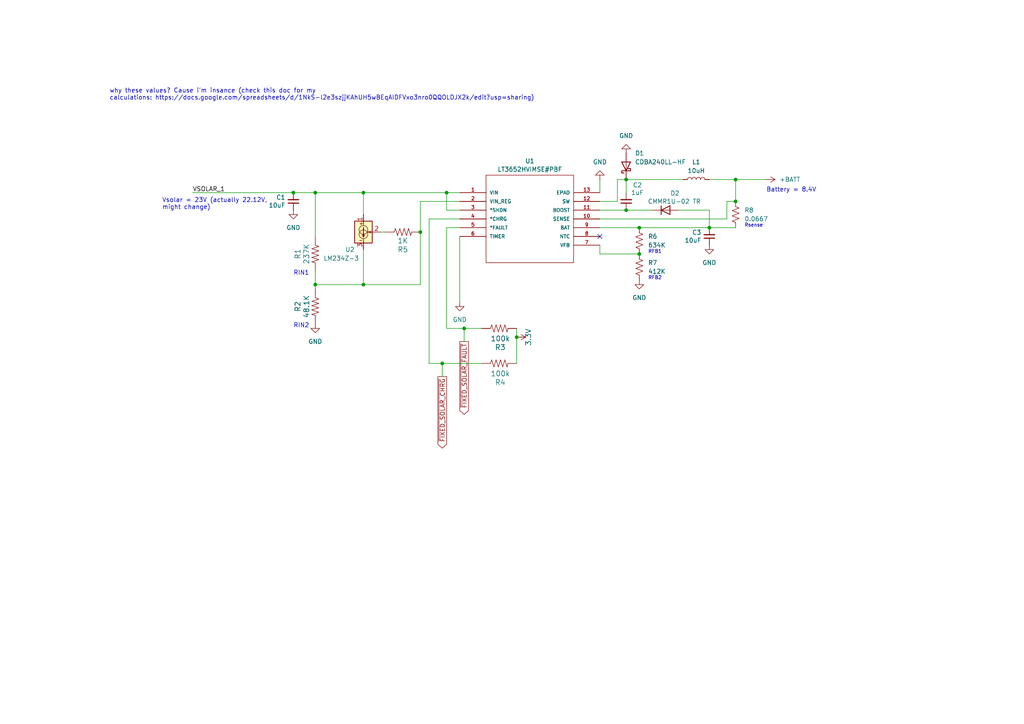
<source format=kicad_sch>
(kicad_sch (version 20231120) (generator "eeschema") (generator_version "8.0")
  (paper "A4")
  (title_block (title "Solar Charger Backup") (date "2024-07-12") (company "Stanford Space Student Initiative"))
  (lib_symbols
    (symbol "Device:C_Small" (pin_numbers hide) (pin_names (offset 0.254) hide)
      (property "Reference" "C" (at 0.254 1.778 0))
      (property "Value" "C_Small" (at 0.254 -2.032 0))
      (symbol "C_Small_0_1"
        (polyline (pts (xy -1.524 -0.508) (xy 1.524 -0.508)) (stroke (width 0.3302)))
        (polyline (pts (xy -1.524 0.508) (xy 1.524 0.508)) (stroke (width 0.3048)))
      )
      (symbol "C_Small_1_1"
        (pin passive line (at 0 2.54 270) (length 2.032) (name "~") (number "1"))
        (pin passive line (at 0 -2.54 90) (length 2.032) (name "~") (number "2"))
      )
    )
    (symbol "Device:D_Schottky" (pin_numbers hide) (pin_names (offset 1.016) hide)
      (property "Reference" "D" (at 0 2.54 0))
      (property "Value" "D_Schottky" (at 0 -2.54 0))
      (symbol "D_Schottky_0_1"
        (polyline (pts (xy 1.27 0) (xy -1.27 0)))
        (polyline (pts (xy 1.27 1.27) (xy 1.27 -1.27) (xy -1.27 0) (xy 1.27 1.27)) (stroke (width 0.254)))
        (polyline (pts (xy -1.905 0.635) (xy -1.905 1.27) (xy -1.27 1.27) (xy -1.27 -1.27) (xy -0.635 -1.27) (xy -0.635 -0.635)) (stroke (width 0.254)))
      )
      (symbol "D_Schottky_1_1"
        (pin passive line (at -3.81 0 0) (length 2.54) (name "K") (number "1"))
        (pin passive line (at 3.81 0 180) (length 2.54) (name "A") (number "2"))
      )
    )
    (symbol "Device:L" (pin_numbers hide) (pin_names (offset 1.016) hide)
      (property "Reference" "L" (at -1.27 0 90))
      (property "Value" "L" (at 1.905 0 90))
      (symbol "L_0_1"
        (arc (start 0 -2.54) (mid 0.6323 -1.905) (end 0 -1.27))
        (arc (start 0 -1.27) (mid 0.6323 -0.635) (end 0 0))
        (arc (start 0 0) (mid 0.6323 0.635) (end 0 1.27))
        (arc (start 0 1.27) (mid 0.6323 1.905) (end 0 2.54))
      )
      (symbol "L_1_1"
        (pin passive line (at 0 3.81 270) (length 1.27) (name "1") (number "1"))
        (pin passive line (at 0 -3.81 90) (length 1.27) (name "2") (number "2"))
      )
    )
    (symbol "Device:R_US" (pin_numbers hide) (pin_names (offset 0))
      (property "Reference" "R" (at 2.54 0 90))
      (property "Value" "R_US" (at -2.54 0 90))
      (symbol "R_US_0_1"
        (polyline (pts (xy 0 -2.286) (xy 0 -2.54)))
        (polyline (pts (xy 0 2.286) (xy 0 2.54)))
        (polyline (pts (xy 0 -0.762) (xy 1.016 -1.143) (xy 0 -1.524) (xy -1.016 -1.905) (xy 0 -2.286)))
        (polyline (pts (xy 0 0.762) (xy 1.016 0.381) (xy 0 0) (xy -1.016 -0.381) (xy 0 -0.762)))
        (polyline (pts (xy 0 2.286) (xy 1.016 1.905) (xy 0 1.524) (xy -1.016 1.143) (xy 0 0.762)))
      )
      (symbol "R_US_1_1"
        (pin passive line (at 0 3.81 270) (length 1.27) (name "~") (number "1"))
        (pin passive line (at 0 -3.81 90) (length 1.27) (name "~") (number "2"))
      )
    )
    (symbol "Diode:BAV20" (pin_numbers hide) (pin_names hide)
      (property "Reference" "D" (at 0 2.54 0))
      (property "Value" "BAV20" (at 0 -2.54 0))
      (symbol "BAV20_0_1"
        (polyline (pts (xy -1.27 1.27) (xy -1.27 -1.27)) (stroke (width 0.254)))
        (polyline (pts (xy 1.27 0) (xy -1.27 0)))
        (polyline (pts (xy 1.27 1.27) (xy 1.27 -1.27) (xy -1.27 0) (xy 1.27 1.27)) (stroke (width 0.254)))
      )
      (symbol "BAV20_1_1"
        (pin passive line (at -3.81 0 0) (length 2.54) (name "K") (number "1"))
        (pin passive line (at 3.81 0 180) (length 2.54) (name "A") (number "2"))
      )
    )
    (symbol "Reference_Current:LM234Z-3"
      (property "Reference" "U" (at 0.635 6.35 0))
      (property "Value" "LM234Z-3" (at 0.635 4.445 0))
      (symbol "LM234Z-3_0_1"
        (rectangle (start -2.54 3.175) (end 2.54 -3.175) (stroke (width 0.254)) (fill (type background)))
        (circle (center 0 -0.635) (radius 1.27))
        (polyline (pts (xy -1.143 -2.413) (xy -0.381 -2.413)))
        (polyline (pts (xy -1.016 2.413) (xy -0.254 2.413)))
        (polyline (pts (xy -0.635 2.794) (xy -0.635 2.032)))
        (polyline (pts (xy 0 -1.905) (xy 0 -5.08)))
        (polyline (pts (xy 0 1.397) (xy 0 -1.397)) (stroke (width 0.254)))
        (polyline (pts (xy 0 5.08) (xy 0 1.905)))
        (polyline (pts (xy 2.54 0) (xy 1.27 0)))
        (polyline (pts (xy 0 -1.397) (xy -0.254 -0.889) (xy 0.254 -0.889) (xy 0 -1.397)) (stroke (width 0.254)))
        (polyline (pts (xy 1.27 0) (xy 2.159 0.254) (xy 2.159 -0.254) (xy 1.27 0)))
        (circle (center 0 0.635) (radius 1.27))
      )
      (symbol "LM234Z-3_1_1"
        (pin passive line (at 0 5.08 270) (length 2.54) (name "~") (number "1"))
        (pin passive line (at 5.08 0 180) (length 2.54) (name "~") (number "2"))
        (pin passive line (at 0 -5.08 90) (length 2.54) (name "~") (number "3"))
      )
    )
    (symbol "mainboard:3.3V" (power) (pin_names (offset 1.016))
      (property "Value" "3.3V" (at -1.016 3.556 0))
      (symbol "3.3V_1_0"
        (polyline (pts (xy 0 2.54) (xy -0.762 1.27)))
        (polyline (pts (xy 0.762 1.27) (xy 0 2.54)))
        (pin power_in line (at 0 0 90) (length 2.54) (name "3.3V") (number "1"))
      )
    )
    (symbol "mainboard:R-US_R0603" (pin_names (offset 1.016))
      (property "Reference" "R" (at -3.81 1.4986 0))
      (property "Value" "R-US_R0603" (at -3.81 -3.302 0))
      (symbol "R-US_R0603_1_0"
        (polyline (pts (xy -2.54 0) (xy -2.159 1.016)))
        (polyline (pts (xy -2.159 1.016) (xy -1.524 -1.016)))
        (polyline (pts (xy -1.524 -1.016) (xy -0.889 1.016)))
        (polyline (pts (xy -0.889 1.016) (xy -0.254 -1.016)))
        (polyline (pts (xy -0.254 -1.016) (xy 0.381 1.016)))
        (polyline (pts (xy 0.381 1.016) (xy 1.016 -1.016)))
        (polyline (pts (xy 1.016 -1.016) (xy 1.651 1.016)))
        (polyline (pts (xy 1.651 1.016) (xy 2.286 -1.016)))
        (polyline (pts (xy 2.286 -1.016) (xy 2.54 0)))
        (pin passive line (at -5.08 0 0) (length 2.54) (name "1") (number "1"))
        (pin passive line (at 5.08 0 180) (length 2.54) (name "2") (number "2"))
      )
    )
    (symbol "power:+BATT" (power) (pin_numbers hide) (pin_names (offset 0) hide)
      (property "Value" "+BATT" (at 0 3.556 0))
      (symbol "+BATT_0_1"
        (polyline (pts (xy -0.762 1.27) (xy 0 2.54)))
        (polyline (pts (xy 0 0) (xy 0 2.54)))
        (polyline (pts (xy 0 2.54) (xy 0.762 1.27)))
      )
      (symbol "+BATT_1_1"
        (pin power_in line (at 0 0 90) (length 0) (name "~") (number "1"))
      )
    )
    (symbol "power:GND" (power) (pin_numbers hide) (pin_names (offset 0) hide)
      (property "Value" "GND" (at 0 -3.81 0))
      (symbol "GND_0_1"
        (polyline (pts (xy 0 0) (xy 0 -1.27) (xy 1.27 -1.27) (xy 0 -2.54) (xy -1.27 -1.27) (xy 0 -1.27)))
      )
      (symbol "GND_1_1"
        (pin power_in line (at 0 0 270) (length 0) (name "~") (number "1"))
      )
    )
    (symbol "ssi_IC:LT3652HVIMSE#PBF" (pin_names (offset 1.016))
      (property "Reference" "U3" (at 50.8 10.16 0))
      (property "Value" "LT3652HVIMSE#PBF" (at 50.8 7.62 0))
      (symbol "LT3652HVIMSE#PBF_0_0"
        (rectangle (start 38.1 5.08) (end 63.5 -20.32) (stroke (width 0.1524)))
        (pin input line (at 30.48 0 0) (length 7.62) (name "VIN") (number "1"))
        (pin passive line (at 71.12 -7.62 180) (length 7.62) (name "SENSE") (number "10"))
        (pin passive line (at 71.12 -5.08 180) (length 7.62) (name "BOOST") (number "11"))
        (pin output line (at 71.12 -2.54 180) (length 7.62) (name "SW") (number "12"))
        (pin passive line (at 71.12 0 180) (length 7.62) (name "EPAD") (number "13"))
        (pin input line (at 30.48 -2.54 0) (length 7.62) (name "VIN_REG") (number "2"))
        (pin input line (at 30.48 -5.08 0) (length 7.62) (name "*SHDN") (number "3"))
        (pin output line (at 30.48 -7.62 0) (length 7.62) (name "*CHRG") (number "4"))
        (pin output line (at 30.48 -10.16 0) (length 7.62) (name "*FAULT") (number "5"))
        (pin passive line (at 30.48 -12.7 0) (length 7.62) (name "TIMER") (number "6"))
        (pin output line (at 71.12 -15.24 180) (length 7.62) (name "VFB") (number "7"))
        (pin input line (at 71.12 -12.7 180) (length 7.62) (name "NTC") (number "8"))
        (pin output line (at 71.12 -10.16 180) (length 7.62) (name "BAT") (number "9"))
      )
    )
  )
  (junction (at 85.09 55.88))
  (junction (at 121.92 67.31))
  (junction (at 185.42 73.66))
  (junction (at 181.61 60.96))
  (junction (at 213.36 58.42))
  (junction (at 129.54 55.88))
  (junction (at 205.74 66.04))
  (junction (at 213.36 52.07))
  (junction (at 134.62 95.25))
  (junction (at 91.44 82.55))
  (junction (at 128.27 105.41))
  (junction (at 91.44 55.88))
  (junction (at 181.61 52.07))
  (junction (at 105.41 55.88))
  (junction (at 149.86 97.79))
  (junction (at 105.41 82.55))
  (junction (at 185.42 66.04))
  (no_connect (at 173.99 68.58))
  (wire (pts (xy 205.74 52.07) (xy 213.36 52.07)))
  (wire (pts (xy 173.99 58.42) (xy 179.07 58.42)))
  (wire (pts (xy 179.07 58.42) (xy 179.07 52.07)))
  (wire (pts (xy 185.42 66.04) (xy 205.74 66.04)))
  (wire (pts (xy 129.54 55.88) (xy 133.35 55.88)))
  (wire (pts (xy 149.86 97.79) (xy 149.86 105.41)))
  (wire (pts (xy 129.54 95.25) (xy 134.62 95.25)))
  (wire (pts (xy 210.82 58.42) (xy 213.36 58.42)))
  (wire (pts (xy 129.54 66.04) (xy 129.54 95.25)))
  (wire (pts (xy 105.41 72.39) (xy 105.41 82.55)))
  (wire (pts (xy 121.92 58.42) (xy 133.35 58.42)))
  (wire (pts (xy 205.74 66.04) (xy 213.36 66.04)))
  (wire (pts (xy 85.09 55.88) (xy 91.44 55.88)))
  (wire (pts (xy 91.44 82.55) (xy 91.44 83.82)))
  (wire (pts (xy 105.41 55.88) (xy 105.41 62.23)))
  (wire (pts (xy 105.41 82.55) (xy 121.92 82.55)))
  (wire (pts (xy 124.46 105.41) (xy 128.27 105.41)))
  (wire (pts (xy 121.92 67.31) (xy 121.92 82.55)))
  (wire (pts (xy 134.62 99.06) (xy 134.62 95.25)))
  (wire (pts (xy 105.41 55.88) (xy 129.54 55.88)))
  (wire (pts (xy 173.99 52.07) (xy 173.99 55.88)))
  (wire (pts (xy 181.61 52.07) (xy 198.12 52.07)))
  (wire (pts (xy 55.88 55.88) (xy 85.09 55.88)))
  (wire (pts (xy 129.54 60.96) (xy 133.35 60.96)))
  (wire (pts (xy 91.44 55.88) (xy 105.41 55.88)))
  (wire (pts (xy 196.85 60.96) (xy 205.74 60.96)))
  (wire (pts (xy 181.61 52.07) (xy 181.61 55.88)))
  (wire (pts (xy 173.99 71.12) (xy 173.99 73.66)))
  (wire (pts (xy 205.74 60.96) (xy 205.74 66.04)))
  (wire (pts (xy 124.46 105.41) (xy 124.46 63.5)))
  (wire (pts (xy 110.49 67.31) (xy 111.76 67.31)))
  (wire (pts (xy 129.54 55.88) (xy 129.54 60.96)))
  (wire (pts (xy 124.46 63.5) (xy 133.35 63.5)))
  (wire (pts (xy 173.99 60.96) (xy 181.61 60.96)))
  (wire (pts (xy 91.44 55.88) (xy 91.44 68.58)))
  (wire (pts (xy 91.44 78.74) (xy 91.44 82.55)))
  (wire (pts (xy 149.86 97.79) (xy 149.86 95.25)))
  (wire (pts (xy 129.54 66.04) (xy 133.35 66.04)))
  (wire (pts (xy 210.82 63.5) (xy 210.82 58.42)))
  (wire (pts (xy 179.07 52.07) (xy 181.61 52.07)))
  (wire (pts (xy 213.36 52.07) (xy 213.36 58.42)))
  (wire (pts (xy 121.92 58.42) (xy 121.92 67.31)))
  (wire (pts (xy 128.27 105.41) (xy 128.27 109.22)))
  (wire (pts (xy 173.99 63.5) (xy 210.82 63.5)))
  (wire (pts (xy 173.99 73.66) (xy 185.42 73.66)))
  (wire (pts (xy 173.99 66.04) (xy 185.42 66.04)))
  (wire (pts (xy 134.62 95.25) (xy 139.7 95.25)))
  (wire (pts (xy 213.36 52.07) (xy 222.25 52.07)))
  (wire (pts (xy 133.35 87.63) (xy 133.35 68.58)))
  (wire (pts (xy 128.27 105.41) (xy 139.7 105.41)))
  (wire (pts (xy 189.23 60.96) (xy 181.61 60.96)))
  (wire (pts (xy 91.44 82.55) (xy 105.41 82.55)))
  (text "Battery = 8.4V\n" (at 222.25 55.88 0) (effects (font (size 1.27 1.27)) (justify left bottom)))
  (text "why these values? Cause i'm insance (check this doc for my \ncalculations: https://docs.google.com/spreadsheets/d/1NkS-l2e3szjjKAhUH5wBEqAIDFVxo3nro0QQOLDJX2k/edit?usp=sharing)" (at 31.75 29.21 0) (effects (font (size 1.27 1.27)) (justify left bottom)))
  (text "RFB1" (at 187.96 73.66 0) (effects (font (size 1 1)) (justify left bottom)))
  (text "RIN2" (at 85.09 95.25 0) (effects (font (size 1.27 1.27)) (justify left bottom)))
  (text "RIN1" (at 85.09 80.01 0) (effects (font (size 1.27 1.27)) (justify left bottom)))
  (text "Vsolar = 23V (actually 22.12V, \nmight change)" (at 46.99 60.96 0) (effects (font (size 1.27 1.27)) (justify left bottom)))
  (text "RFB2" (at 187.96 81.28 0) (effects (font (size 1 1)) (justify left bottom)))
  (text "Rsense" (at 215.9 66.04 0) (effects (font (size 1 1)) (justify left bottom)))
  (label "VSOLAR_1" (at 55.88 55.88 0))
  (global_label "~{FIXED_SOLAR_FAULT}" (shape output) (at 134.62 99.06 270) (property "Intersheetrefs" "${INTERSHEET_REFS}" (effects (hide yes))))
  (global_label "~{FIXED_SOLAR_CHRG}" (shape output) (at 128.27 109.22 270) (property "Intersheetrefs" "${INTERSHEET_REFS}" (effects (hide yes))))
  (symbol (lib_id "mainboard:R-US_R0603") (at 91.44 88.9 270) (unit 1)
    (property "Reference" "R2" (at 86.36 88.9 0) (effects (font (size 1.4986 1.4986))))
    (property "Value" "48.1K" (at 88.9 88.9 0) (effects (font (size 1.4986 1.4986))))
    (property "Footprint" "Resistor_SMD:R_0603_1608Metric" (effects (hide yes)))
    (property "Datasheet" "https://www.digikey.com/en/products/detail/koa-speer-electronics-inc/RN73H1JTTD4812F25/10682464" (effects (hide yes)))
    (property "Description" "22.1K 0603" (effects (hide yes)))
  )
  (symbol (lib_id "power:GND") (at 85.09 60.96 0) (unit 1)
    (property "Reference" "#PWR01" (effects (hide yes)))
    (property "Value" "GND" (at 85.09 66.04 0))
  )
  (symbol (lib_id "Device:C_Small") (at 181.61 58.42 180) (unit 1)
    (property "Reference" "C2" (at 186.2328 53.6956 0) (effects (justify left)))
    (property "Value" "1uF" (at 186.69 55.88 0) (effects (justify left)))
    (property "Footprint" "Capacitor_SMD:C_0603_1608Metric" (effects (hide yes)))
    (property "Description" "10uF +-20% 10V X5R" (effects (hide yes)))
  )
  (symbol (lib_id "mainboard:R-US_R0603") (at 144.78 95.25 0) (unit 1)
    (property "Reference" "R3" (at 143.51 101.6 0) (effects (font (size 1.4986 1.4986)) (justify left bottom)))
    (property "Value" "100k" (at 142.24 99.06 0) (effects (font (size 1.4986 1.4986)) (justify left bottom)))
    (property "Footprint" "Resistor_SMD:R_0603_1608Metric" (effects (hide yes)))
    (property "Description" "100K 0603" (effects (hide yes)))
  )
  (symbol (lib_id "mainboard:R-US_R0603") (at 116.84 67.31 0) (unit 1)
    (property "Reference" "R5" (at 116.84 72.39 0) (effects (font (size 1.4986 1.4986))))
    (property "Value" "1K" (at 116.84 69.85 0) (effects (font (size 1.4986 1.4986))))
    (property "Footprint" "Resistor_SMD:R_0603_1608Metric" (effects (hide yes)))
  )
  (symbol (lib_id "power:GND") (at 185.42 81.28 0) (unit 1)
    (property "Reference" "#PWR06" (effects (hide yes)))
    (property "Value" "GND" (at 185.42 86.36 0))
  )
  (symbol (lib_id "Diode:BAV20") (at 193.04 60.96 0) (unit 1)
    (property "Reference" "D2" (at 195.7578 56.0578 0))
    (property "Value" "CMMR1U-02 TR" (at 195.58 58.42 0))
    (property "Footprint" "Diode_THT:D_DO-35_SOD27_P7.62mm_Horizontal" (effects (hide yes)))
    (property "Datasheet" "http://www.vishay.com/docs/85543/bav17.pdf" (effects (hide yes)))
    (property "Sim.Device" "D" (effects (hide yes)))
    (property "Sim.Pins" "1=K 2=A" (effects (hide yes)))
  )
  (symbol (lib_id "power:GND") (at 173.99 52.07 180) (unit 1)
    (property "Reference" "#PWR04" (effects (hide yes)))
    (property "Value" "GND" (at 173.99 46.99 0))
  )
  (symbol (lib_id "Device:L") (at 201.93 52.07 90) (unit 1)
    (property "Reference" "L1" (at 201.93 46.99 90))
    (property "Value" "10uH" (at 201.93 49.53 90))
    (property "Footprint" "ssi_inductor:SDE06004A-680K" (effects (hide yes)))
  )
  (symbol (lib_id "power:GND") (at 133.35 87.63 0) (unit 1)
    (property "Reference" "#PWR03" (effects (hide yes)))
    (property "Value" "GND" (at 133.35 92.71 0))
  )
  (symbol (lib_id "mainboard:R-US_R0603") (at 91.44 73.66 270) (unit 1)
    (property "Reference" "R1" (at 86.36 73.66 0) (effects (font (size 1.4986 1.4986))))
    (property "Value" "237K" (at 88.9 73.66 0) (effects (font (size 1.4986 1.4986))))
    (property "Footprint" "Resistor_SMD:R_0603_1608Metric" (effects (hide yes)))
    (property "Datasheet" "https://www.digikey.com/en/products/detail/stackpole-electronics-inc/RMCF0603FT237K/1760858" (effects (hide yes)))
    (property "Description" "73.2K 0603" (effects (hide yes)))
  )
  (symbol (lib_id "Reference_Current:LM234Z-3") (at 105.41 67.31 0) (unit 1)
    (property "Reference" "U2" (at 102.87 72.39 0) (effects (justify right)))
    (property "Value" "LM234Z-3" (at 104.14 74.93 0) (effects (justify right)))
    (property "Footprint" "Package_TO_SOT_THT:TO-92_Inline" (effects (hide yes)))
    (property "Datasheet" "http://www.ti.com/lit/ds/symlink/lm134.pdf" (effects (hide yes)))
  )
  (symbol (lib_id "mainboard:R-US_R0603") (at 144.78 105.41 0) (unit 1)
    (property "Reference" "R4" (at 143.51 111.76 0) (effects (font (size 1.4986 1.4986)) (justify left bottom)))
    (property "Value" "100k" (at 142.24 109.22 0) (effects (font (size 1.4986 1.4986)) (justify left bottom)))
    (property "Footprint" "Resistor_SMD:R_0603_1608Metric" (effects (hide yes)))
    (property "Description" "100K 0603" (effects (hide yes)))
  )
  (symbol (lib_id "ssi_IC:LT3652HVIMSE#PBF") (at 102.87 55.88 0) (unit 1)
    (property "Reference" "U1" (at 153.67 46.7063 0))
    (property "Value" "LT3652HVIMSE#PBF" (at 153.67 49.1306 0))
    (property "Footprint" "ssi_IC:MSOP-12_MSE" (effects (hide yes)))
    (property "Datasheet" "https://www.analog.com/media/en/technical-documentation/data-sheets/3652hvfb.pdf" (effects (hide yes)))
    (property "VENDOR" "Linear Technology" (effects (hide yes)))
    (property "MANUFACTURER_PART_NUMBER" "lt3652hvimse#pbf" (effects (hide yes)))
  )
  (symbol (lib_id "power:GND") (at 181.61 44.45 180) (unit 1)
    (property "Reference" "#PWR05" (effects (hide yes)))
    (property "Value" "GND" (at 181.61 39.37 0))
  )
  (symbol (lib_id "mainboard:3.3V") (at 149.86 97.79 270) (unit 1)
    (property "Reference" "#P+01" (effects (hide yes)))
    (property "Value" "3.3V" (at 152.4 95.25 0) (effects (font (size 1.4986 1.4986)) (justify left bottom)))
  )
  (symbol (lib_id "power:+BATT") (at 222.25 52.07 270) (unit 1)
    (property "Reference" "#PWR08" (effects (hide yes)))
    (property "Value" "+BATT" (at 226.06 52.07 90) (effects (justify left)))
  )
  (symbol (lib_id "Device:R_US") (at 185.42 77.47 0) (unit 1)
    (property "Reference" "R7" (at 187.96 76.1999 0) (effects (justify left)))
    (property "Value" "412K" (at 187.96 78.7399 0) (effects (justify left)))
    (property "Footprint" "Resistor_SMD:R_0603_1608Metric" (effects (hide yes)))
    (property "Datasheet" "https://www.digikey.com/en/products/detail/stackpole-electronics-inc/RMCF0603FT412K/1761309" (effects (hide yes)))
  )
  (symbol (lib_id "Device:C_Small") (at 205.74 68.58 180) (unit 1)
    (property "Reference" "C3" (at 203.4286 67.4116 0) (effects (justify left)))
    (property "Value" "10uF" (at 203.4286 69.723 0) (effects (justify left)))
    (property "Footprint" "Capacitor_SMD:C_0603_1608Metric" (effects (hide yes)))
    (property "Description" "10uF +-20% 10V X5R" (effects (hide yes)))
  )
  (symbol (lib_id "power:GND") (at 91.44 93.98 0) (unit 1)
    (property "Reference" "#PWR02" (effects (hide yes)))
    (property "Value" "GND" (at 91.44 99.06 0))
  )
  (symbol (lib_id "Device:R_US") (at 185.42 69.85 0) (unit 1)
    (property "Reference" "R6" (at 187.96 68.5799 0) (effects (justify left)))
    (property "Value" "634K" (at 187.96 71.1199 0) (effects (justify left)))
    (property "Footprint" "Resistor_SMD:R_0603_1608Metric" (effects (hide yes)))
    (property "Datasheet" "https://industrial.panasonic.com/cdbs/www-data/pdf/RDA0000/AOA0000C304.pdf" (effects (hide yes)))
  )
  (symbol (lib_id "Device:C_Small") (at 85.09 58.42 180) (unit 1)
    (property "Reference" "C1" (at 82.7786 57.2516 0) (effects (justify left)))
    (property "Value" "10uF" (at 82.7786 59.563 0) (effects (justify left)))
    (property "Footprint" "Capacitor_SMD:C_1210_3225Metric" (effects (hide yes)))
    (property "Description" "10uF +-20% 50V X7R" (effects (hide yes)))
  )
  (symbol (lib_id "Device:D_Schottky") (at 181.61 48.26 90) (unit 1)
    (property "Reference" "D1" (at 184.15 44.45 90) (effects (justify right)))
    (property "Value" "CDBA240LL-HF" (at 184.15 46.99 90) (effects (justify right)))
    (property "Footprint" "ssi_diode:DO-214AC" (effects (hide yes)))
    (property "Datasheet" "https://www.comchiptech.com/admin/files/product/CDBA240LL-HF%20RevD765674.pdf" (effects (hide yes)))
  )
  (symbol (lib_id "power:GND") (at 205.74 71.12 0) (unit 1)
    (property "Reference" "#PWR07" (effects (hide yes)))
    (property "Value" "GND" (at 205.74 76.2 0))
  )
  (symbol (lib_id "Device:R_US") (at 213.36 62.23 0) (unit 1)
    (property "Reference" "R8" (at 215.9 60.9599 0) (effects (justify left)))
    (property "Value" "0.0667" (at 215.9 63.4999 0) (effects (justify left)))
    (property "Footprint" "Resistor_SMD:R_2512_6332Metric" (effects (hide yes)))
    (property "필드4" "Rsense" (effects (hide yes)))
  )
)
</source>
